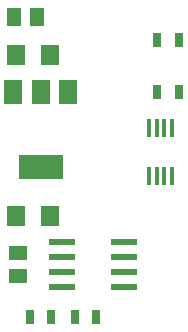
<source format=gtp>
G75*
%MOIN*%
%OFA0B0*%
%FSLAX24Y24*%
%IPPOS*%
%LPD*%
%AMOC8*
5,1,8,0,0,1.08239X$1,22.5*
%
%ADD10R,0.0866X0.0236*%
%ADD11R,0.0591X0.0512*%
%ADD12R,0.0630X0.0709*%
%ADD13R,0.0315X0.0472*%
%ADD14R,0.0512X0.0591*%
%ADD15R,0.0180X0.0590*%
%ADD16R,0.0591X0.0787*%
%ADD17R,0.1496X0.0787*%
D10*
X002406Y005555D03*
X002406Y006055D03*
X002406Y006555D03*
X002406Y007055D03*
X004454Y007055D03*
X004454Y006555D03*
X004454Y006055D03*
X004454Y005555D03*
D11*
X000930Y005931D03*
X000930Y006679D03*
D12*
X000879Y007930D03*
X001981Y007930D03*
X001981Y013305D03*
X000879Y013305D03*
D13*
X001326Y004555D03*
X002034Y004555D03*
X002826Y004555D03*
X003534Y004555D03*
X005576Y012055D03*
X006284Y012055D03*
X006284Y013805D03*
X005576Y013805D03*
D14*
X001554Y014555D03*
X000806Y014555D03*
D15*
X005300Y010865D03*
X005550Y010865D03*
X005810Y010865D03*
X006060Y010865D03*
X006060Y009245D03*
X005810Y009245D03*
X005550Y009245D03*
X005300Y009245D03*
D16*
X002586Y012045D03*
X001680Y012045D03*
X000774Y012045D03*
D17*
X001680Y009565D03*
M02*

</source>
